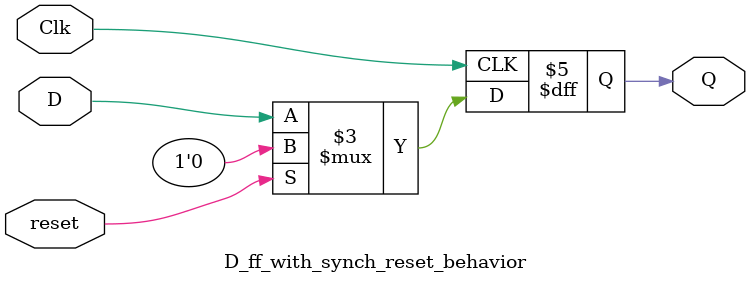
<source format=v>
`timescale 1ns / 1ps


module D_ff_with_synch_reset_behavior(
    input D,
    input Clk,
    input reset,
    output reg Q
    );
    
    always @(posedge Clk) begin
        if (reset) begin
            Q <= 1'b0;
        end
        else begin
            Q <= D;
        end
    end
endmodule

</source>
